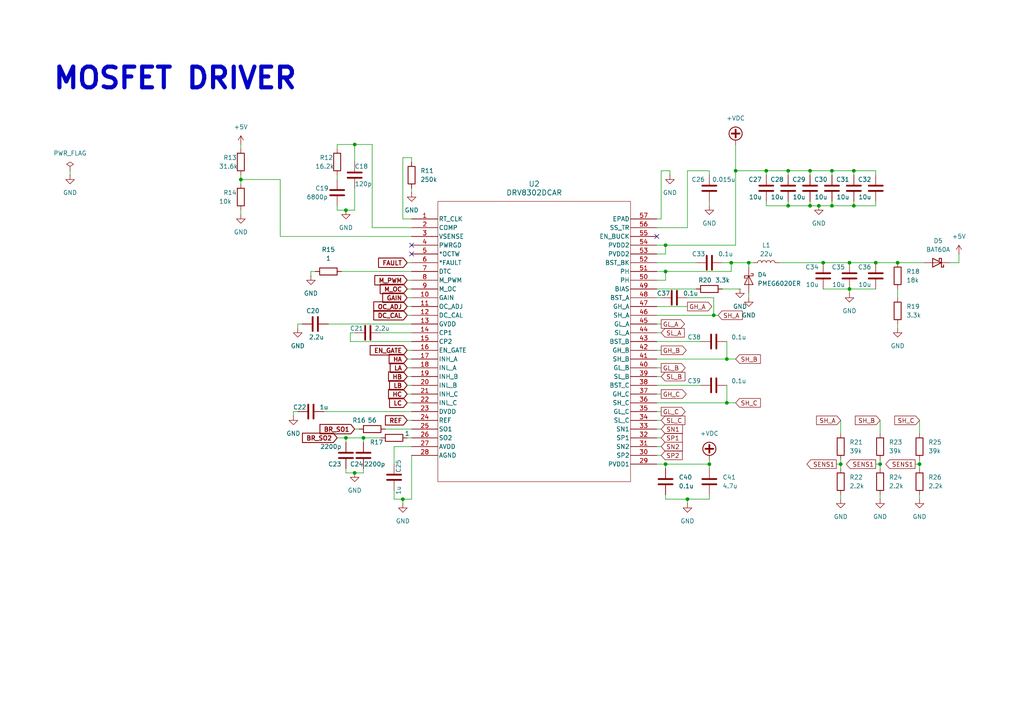
<source format=kicad_sch>
(kicad_sch (version 20231120) (generator "eeschema") (generator_version "8.0")
  (paper "A4")
  (lib_symbols
    (symbol "DRV8302DCAR:DRV8302DCAR" (pin_names (offset 0.254))
      (property "Reference" "U" (at 35.56 10.16 0))
      (property "Value" "DRV8302DCAR" (at 35.56 7.62 0))
      (symbol "DRV8302DCAR_0_1"
        (polyline (pts (xy 7.62 -76.2) (xy 63.5 -76.2)) (stroke (width 0.127)))
        (polyline (pts (xy 7.62 5.08) (xy 7.62 -76.2)) (stroke (width 0.127)))
        (polyline (pts (xy 63.5 -76.2) (xy 63.5 5.08)) (stroke (width 0.127)))
        (polyline (pts (xy 63.5 5.08) (xy 7.62 5.08)) (stroke (width 0.127)))
        (pin input line (at 0 0 0) (length 7.62) (name "RT_CLK") (number "1"))
        (pin output line (at 0 -22.86 0) (length 7.62) (name "GAIN") (number "10"))
        (pin input line (at 0 -25.4 0) (length 7.62) (name "OC_ADJ") (number "11"))
        (pin input line (at 0 -27.94 0) (length 7.62) (name "DC_CAL") (number "12"))
        (pin power_in line (at 0 -30.48 0) (length 7.62) (name "GVDD") (number "13"))
        (pin power_in line (at 0 -33.02 0) (length 7.62) (name "CP1") (number "14"))
        (pin power_in line (at 0 -35.56 0) (length 7.62) (name "CP2") (number "15"))
        (pin input line (at 0 -38.1 0) (length 7.62) (name "EN_GATE") (number "16"))
        (pin input line (at 0 -40.64 0) (length 7.62) (name "INH_A") (number "17"))
        (pin input line (at 0 -43.18 0) (length 7.62) (name "INL_A") (number "18"))
        (pin input line (at 0 -45.72 0) (length 7.62) (name "INH_B") (number "19"))
        (pin output line (at 0 -2.54 0) (length 7.62) (name "COMP") (number "2"))
        (pin input line (at 0 -48.26 0) (length 7.62) (name "INL_B") (number "20"))
        (pin input line (at 0 -50.8 0) (length 7.62) (name "INH_C") (number "21"))
        (pin input line (at 0 -53.34 0) (length 7.62) (name "INL_C") (number "22"))
        (pin power_in line (at 0 -55.88 0) (length 7.62) (name "DVDD") (number "23"))
        (pin input line (at 0 -58.42 0) (length 7.62) (name "REF") (number "24"))
        (pin output line (at 0 -60.96 0) (length 7.62) (name "SO1") (number "25"))
        (pin output line (at 0 -63.5 0) (length 7.62) (name "SO2") (number "26"))
        (pin power_in line (at 0 -66.04 0) (length 7.62) (name "AVDD") (number "27"))
        (pin power_in line (at 0 -68.58 0) (length 7.62) (name "AGND") (number "28"))
        (pin power_in line (at 71.12 -71.12 180) (length 7.62) (name "PVDD1") (number "29"))
        (pin input line (at 0 -5.08 0) (length 7.62) (name "VSENSE") (number "3"))
        (pin input line (at 71.12 -68.58 180) (length 7.62) (name "SP2") (number "30"))
        (pin input line (at 71.12 -66.04 180) (length 7.62) (name "SN2") (number "31"))
        (pin input line (at 71.12 -63.5 180) (length 7.62) (name "SP1") (number "32"))
        (pin input line (at 71.12 -60.96 180) (length 7.62) (name "SN1") (number "33"))
        (pin input line (at 71.12 -58.42 180) (length 7.62) (name "SL_C") (number "34"))
        (pin output line (at 71.12 -55.88 180) (length 7.62) (name "GL_C") (number "35"))
        (pin input line (at 71.12 -53.34 180) (length 7.62) (name "SH_C") (number "36"))
        (pin output line (at 71.12 -50.8 180) (length 7.62) (name "GH_C") (number "37"))
        (pin power_in line (at 71.12 -48.26 180) (length 7.62) (name "BST_C") (number "38"))
        (pin input line (at 71.12 -45.72 180) (length 7.62) (name "SL_B") (number "39"))
        (pin input line (at 0 -7.62 0) (length 7.62) (name "PWRGD") (number "4"))
        (pin output line (at 71.12 -43.18 180) (length 7.62) (name "GL_B") (number "40"))
        (pin input line (at 71.12 -40.64 180) (length 7.62) (name "SH_B") (number "41"))
        (pin output line (at 71.12 -38.1 180) (length 7.62) (name "GH_B") (number "42"))
        (pin power_in line (at 71.12 -35.56 180) (length 7.62) (name "BST_B") (number "43"))
        (pin input line (at 71.12 -33.02 180) (length 7.62) (name "SL_A") (number "44"))
        (pin output line (at 71.12 -30.48 180) (length 7.62) (name "GL_A") (number "45"))
        (pin input line (at 71.12 -27.94 180) (length 7.62) (name "SH_A") (number "46"))
        (pin output line (at 71.12 -25.4 180) (length 7.62) (name "GH_A") (number "47"))
        (pin power_in line (at 71.12 -22.86 180) (length 7.62) (name "BST_A") (number "48"))
        (pin input line (at 71.12 -20.32 180) (length 7.62) (name "BIAS") (number "49"))
        (pin output line (at 0 -10.16 0) (length 7.62) (name "*OCTW") (number "5"))
        (pin output line (at 71.12 -17.78 180) (length 7.62) (name "PH") (number "50"))
        (pin output line (at 71.12 -15.24 180) (length 7.62) (name "PH") (number "51"))
        (pin power_in line (at 71.12 -12.7 180) (length 7.62) (name "BST_BK") (number "52"))
        (pin power_in line (at 71.12 -10.16 180) (length 7.62) (name "PVDD2") (number "53"))
        (pin power_in line (at 71.12 -7.62 180) (length 7.62) (name "PVDD2") (number "54"))
        (pin input line (at 71.12 -5.08 180) (length 7.62) (name "EN_BUCK") (number "55"))
        (pin input line (at 71.12 -2.54 180) (length 7.62) (name "SS_TR") (number "56"))
        (pin unspecified line (at 71.12 0 180) (length 7.62) (name "EPAD") (number "57"))
        (pin output line (at 0 -12.7 0) (length 7.62) (name "*FAULT") (number "6"))
        (pin input line (at 0 -15.24 0) (length 7.62) (name "DTC") (number "7"))
        (pin input line (at 0 -17.78 0) (length 7.62) (name "M_PWM") (number "8"))
        (pin input line (at 0 -20.32 0) (length 7.62) (name "M_OC") (number "9"))
      )
    )
    (symbol "Device:C" (pin_numbers hide) (pin_names (offset 0.254))
      (property "Reference" "C" (at 0.635 2.54 0))
      (property "Value" "C" (at 0.635 -2.54 0))
      (symbol "C_0_1"
        (polyline (pts (xy -2.032 -0.762) (xy 2.032 -0.762)) (stroke (width 0.508)))
        (polyline (pts (xy -2.032 0.762) (xy 2.032 0.762)) (stroke (width 0.508)))
      )
      (symbol "C_1_1"
        (pin passive line (at 0 3.81 270) (length 2.794) (name "~") (number "1"))
        (pin passive line (at 0 -3.81 90) (length 2.794) (name "~") (number "2"))
      )
    )
    (symbol "Device:L" (pin_numbers hide) (pin_names (offset 1.016) hide)
      (property "Reference" "L" (at -1.27 0 90))
      (property "Value" "L" (at 1.905 0 90))
      (symbol "L_0_1"
        (arc (start 0 -2.54) (mid 0.6323 -1.905) (end 0 -1.27))
        (arc (start 0 -1.27) (mid 0.6323 -0.635) (end 0 0))
        (arc (start 0 0) (mid 0.6323 0.635) (end 0 1.27))
        (arc (start 0 1.27) (mid 0.6323 1.905) (end 0 2.54))
      )
      (symbol "L_1_1"
        (pin passive line (at 0 3.81 270) (length 1.27) (name "1") (number "1"))
        (pin passive line (at 0 -3.81 90) (length 1.27) (name "2") (number "2"))
      )
    )
    (symbol "Device:R" (pin_numbers hide) (pin_names (offset 0))
      (property "Reference" "R" (at 2.032 0 90))
      (property "Value" "R" (at 0 0 90))
      (symbol "R_0_1"
        (rectangle (start -1.016 -2.54) (end 1.016 2.54) (stroke (width 0.254)))
      )
      (symbol "R_1_1"
        (pin passive line (at 0 3.81 270) (length 1.27) (name "~") (number "1"))
        (pin passive line (at 0 -3.81 90) (length 1.27) (name "~") (number "2"))
      )
    )
    (symbol "Diode:BAT60A" (pin_numbers hide) (pin_names (offset 1.016) hide)
      (property "Reference" "D" (at 0 2.54 0))
      (property "Value" "BAT60A" (at 0 -2.54 0))
      (symbol "BAT60A_0_1"
        (polyline (pts (xy 1.27 0) (xy -1.27 0)))
        (polyline (pts (xy 1.27 1.27) (xy 1.27 -1.27) (xy -1.27 0) (xy 1.27 1.27)) (stroke (width 0.254)))
        (polyline (pts (xy -1.905 0.635) (xy -1.905 1.27) (xy -1.27 1.27) (xy -1.27 -1.27) (xy -0.635 -1.27) (xy -0.635 -0.635)) (stroke (width 0.254)))
      )
      (symbol "BAT60A_1_1"
        (pin passive line (at -3.81 0 0) (length 2.54) (name "K") (number "1"))
        (pin passive line (at 3.81 0 180) (length 2.54) (name "A") (number "2"))
      )
    )
    (symbol "Diode:PMEG6020ER" (pin_numbers hide) (pin_names hide)
      (property "Reference" "D" (at 0 2.54 0))
      (property "Value" "PMEG6020ER" (at 0 -2.54 0))
      (symbol "PMEG6020ER_0_1"
        (polyline (pts (xy 1.27 0) (xy -1.27 0)))
        (polyline (pts (xy 1.27 1.27) (xy 1.27 -1.27) (xy -1.27 0) (xy 1.27 1.27)) (stroke (width 0.2032)))
        (polyline (pts (xy -1.905 0.635) (xy -1.905 1.27) (xy -1.27 1.27) (xy -1.27 -1.27) (xy -0.635 -1.27) (xy -0.635 -0.635)) (stroke (width 0.2032)))
      )
      (symbol "PMEG6020ER_1_1"
        (pin passive line (at -3.81 0 0) (length 2.54) (name "K") (number "1"))
        (pin passive line (at 3.81 0 180) (length 2.54) (name "A") (number "2"))
      )
    )
    (symbol "power:+5V" (power) (pin_numbers hide) (pin_names (offset 0) hide)
      (property "Value" "+5V" (at 0 3.556 0))
      (symbol "+5V_0_1"
        (polyline (pts (xy -0.762 1.27) (xy 0 2.54)))
        (polyline (pts (xy 0 0) (xy 0 2.54)))
        (polyline (pts (xy 0 2.54) (xy 0.762 1.27)))
      )
      (symbol "+5V_1_1"
        (pin power_in line (at 0 0 90) (length 0) (name "~") (number "1"))
      )
    )
    (symbol "power:+VDC" (power) (pin_numbers hide) (pin_names (offset 0) hide)
      (property "Value" "+VDC" (at 0 6.35 0))
      (symbol "+VDC_0_1"
        (polyline (pts (xy -1.143 3.175) (xy 1.143 3.175)) (stroke (width 0.508)))
        (polyline (pts (xy 0 0) (xy 0 1.27)))
        (polyline (pts (xy 0 2.032) (xy 0 4.318)) (stroke (width 0.508)))
        (circle (center 0 3.175) (radius 1.905) (stroke (width 0.254)))
      )
      (symbol "+VDC_1_1"
        (pin power_in line (at 0 0 90) (length 0) (name "~") (number "1"))
      )
    )
    (symbol "power:GND" (power) (pin_numbers hide) (pin_names (offset 0) hide)
      (property "Value" "GND" (at 0 -3.81 0))
      (symbol "GND_0_1"
        (polyline (pts (xy 0 0) (xy 0 -1.27) (xy 1.27 -1.27) (xy 0 -2.54) (xy -1.27 -1.27) (xy 0 -1.27)))
      )
      (symbol "GND_1_1"
        (pin power_in line (at 0 0 270) (length 0) (name "~") (number "1"))
      )
    )
    (symbol "power:PWR_FLAG" (power) (pin_numbers hide) (pin_names (offset 0) hide)
      (property "Value" "PWR_FLAG" (at 0 3.81 0))
      (symbol "PWR_FLAG_0_0"
        (pin power_out line (at 0 0 90) (length 0) (name "~") (number "1"))
      )
      (symbol "PWR_FLAG_0_1"
        (polyline (pts (xy 0 0) (xy 0 1.27) (xy -1.016 1.905) (xy 0 2.54) (xy 1.016 1.905) (xy 0 1.27)))
      )
    )
  )
  (junction (at 193.04 71.12))
  (junction (at 246.38 83.82))
  (junction (at 69.85 52.07))
  (junction (at 205.74 134.62))
  (junction (at 207.01 91.44))
  (junction (at 100.33 127))
  (junction (at 234.95 59.69))
  (junction (at 210.82 104.14))
  (junction (at 241.3 49.53))
  (junction (at 105.41 127))
  (junction (at 212.09 76.2))
  (junction (at 199.39 144.78))
  (junction (at 241.3 59.69))
  (junction (at 237.49 59.69))
  (junction (at 266.7 134.62))
  (junction (at 193.04 134.62))
  (junction (at 116.84 144.78))
  (junction (at 210.82 116.84))
  (junction (at 243.84 134.62))
  (junction (at 228.6 49.53))
  (junction (at 234.95 49.53))
  (junction (at 255.27 134.62))
  (junction (at 102.87 137.16))
  (junction (at 222.25 49.53))
  (junction (at 254 76.2))
  (junction (at 217.17 76.2))
  (junction (at 238.76 76.2))
  (junction (at 102.87 41.91))
  (junction (at 246.38 76.2))
  (junction (at 213.36 49.53))
  (junction (at 260.35 76.2))
  (junction (at 247.65 49.53))
  (junction (at 193.04 78.74))
  (junction (at 228.6 59.69))
  (junction (at 247.65 59.69))
  (junction (at 100.33 60.96))
  (no_connect (at 190.5 68.58))
  (no_connect (at 119.38 73.66))
  (no_connect (at 119.38 71.12))
  (wire (pts (xy 210.82 104.14) (xy 213.36 104.14)))
  (wire (pts (xy 119.38 54.61) (xy 119.38 55.88)))
  (wire (pts (xy 238.76 83.82) (xy 246.38 83.82)))
  (wire (pts (xy 190.5 66.04) (xy 199.39 66.04)))
  (wire (pts (xy 118.11 76.2) (xy 119.38 76.2)))
  (wire (pts (xy 247.65 58.42) (xy 247.65 59.69)))
  (wire (pts (xy 111.76 124.46) (xy 119.38 124.46)))
  (wire (pts (xy 97.79 50.8) (xy 97.79 52.07)))
  (wire (pts (xy 210.82 99.06) (xy 210.82 104.14)))
  (wire (pts (xy 118.11 116.84) (xy 119.38 116.84)))
  (wire (pts (xy 266.7 121.92) (xy 266.7 125.73)))
  (wire (pts (xy 81.28 52.07) (xy 69.85 52.07)))
  (wire (pts (xy 118.11 101.6) (xy 119.38 101.6)))
  (wire (pts (xy 101.6 99.06) (xy 119.38 99.06)))
  (wire (pts (xy 266.7 134.62) (xy 266.7 135.89)))
  (wire (pts (xy 193.04 73.66) (xy 193.04 71.12)))
  (wire (pts (xy 105.41 135.89) (xy 105.41 137.16)))
  (wire (pts (xy 116.84 144.78) (xy 114.3 144.78)))
  (wire (pts (xy 199.39 66.04) (xy 199.39 49.53)))
  (wire (pts (xy 87.63 93.98) (xy 86.36 93.98)))
  (wire (pts (xy 278.13 76.2) (xy 278.13 73.66)))
  (wire (pts (xy 260.35 83.82) (xy 260.35 86.36)))
  (wire (pts (xy 100.33 137.16) (xy 102.87 137.16)))
  (wire (pts (xy 86.36 93.98) (xy 86.36 95.25)))
  (wire (pts (xy 246.38 83.82) (xy 254 83.82)))
  (wire (pts (xy 241.3 58.42) (xy 241.3 59.69)))
  (wire (pts (xy 69.85 52.07) (xy 69.85 53.34)))
  (wire (pts (xy 217.17 85.09) (xy 217.17 86.36)))
  (wire (pts (xy 209.55 83.82) (xy 214.63 83.82)))
  (wire (pts (xy 234.95 58.42) (xy 234.95 59.69)))
  (wire (pts (xy 97.79 127) (xy 100.33 127)))
  (wire (pts (xy 246.38 76.2) (xy 254 76.2)))
  (wire (pts (xy 90.17 78.74) (xy 90.17 80.01)))
  (wire (pts (xy 118.11 114.3) (xy 119.38 114.3)))
  (wire (pts (xy 210.82 116.84) (xy 213.36 116.84)))
  (wire (pts (xy 217.17 76.2) (xy 218.44 76.2)))
  (wire (pts (xy 86.36 119.38) (xy 85.09 119.38)))
  (wire (pts (xy 193.04 144.78) (xy 199.39 144.78)))
  (wire (pts (xy 193.04 78.74) (xy 212.09 78.74)))
  (wire (pts (xy 97.79 41.91) (xy 97.79 43.18)))
  (wire (pts (xy 193.04 71.12) (xy 213.36 71.12)))
  (wire (pts (xy 93.98 119.38) (xy 119.38 119.38)))
  (wire (pts (xy 194.31 49.53) (xy 194.31 50.8)))
  (wire (pts (xy 118.11 111.76) (xy 119.38 111.76)))
  (wire (pts (xy 217.17 76.2) (xy 212.09 76.2)))
  (wire (pts (xy 254 50.8) (xy 254 49.53)))
  (wire (pts (xy 217.17 77.47) (xy 217.17 76.2)))
  (wire (pts (xy 212.09 76.2) (xy 212.09 78.74)))
  (wire (pts (xy 100.33 127) (xy 105.41 127)))
  (wire (pts (xy 99.06 78.74) (xy 119.38 78.74)))
  (wire (pts (xy 191.77 63.5) (xy 191.77 49.53)))
  (wire (pts (xy 234.95 50.8) (xy 234.95 49.53)))
  (wire (pts (xy 190.5 109.22) (xy 191.77 109.22)))
  (wire (pts (xy 193.04 134.62) (xy 193.04 135.89)))
  (wire (pts (xy 193.04 143.51) (xy 193.04 144.78)))
  (wire (pts (xy 213.36 71.12) (xy 213.36 49.53)))
  (wire (pts (xy 118.11 83.82) (xy 119.38 83.82)))
  (wire (pts (xy 254 76.2) (xy 260.35 76.2)))
  (wire (pts (xy 190.5 116.84) (xy 210.82 116.84)))
  (wire (pts (xy 102.87 60.96) (xy 100.33 60.96)))
  (wire (pts (xy 242.57 134.62) (xy 243.84 134.62)))
  (wire (pts (xy 260.35 93.98) (xy 260.35 95.25)))
  (wire (pts (xy 114.3 142.24) (xy 114.3 144.78)))
  (wire (pts (xy 190.5 88.9) (xy 199.39 88.9)))
  (wire (pts (xy 107.95 66.04) (xy 107.95 41.91)))
  (wire (pts (xy 69.85 60.96) (xy 69.85 62.23)))
  (wire (pts (xy 199.39 144.78) (xy 205.74 144.78)))
  (wire (pts (xy 247.65 59.69) (xy 241.3 59.69)))
  (wire (pts (xy 213.36 41.91) (xy 213.36 49.53)))
  (wire (pts (xy 199.39 86.36) (xy 207.01 86.36)))
  (wire (pts (xy 118.11 104.14) (xy 119.38 104.14)))
  (wire (pts (xy 116.84 63.5) (xy 116.84 45.72)))
  (wire (pts (xy 118.11 106.68) (xy 119.38 106.68)))
  (wire (pts (xy 190.5 134.62) (xy 193.04 134.62)))
  (wire (pts (xy 241.3 50.8) (xy 241.3 49.53)))
  (wire (pts (xy 116.84 144.78) (xy 116.84 146.05)))
  (wire (pts (xy 210.82 111.76) (xy 210.82 116.84)))
  (wire (pts (xy 116.84 45.72) (xy 119.38 45.72)))
  (wire (pts (xy 190.5 104.14) (xy 210.82 104.14)))
  (wire (pts (xy 69.85 41.91) (xy 69.85 43.18)))
  (wire (pts (xy 97.79 60.96) (xy 100.33 60.96)))
  (wire (pts (xy 118.11 121.92) (xy 119.38 121.92)))
  (wire (pts (xy 228.6 49.53) (xy 228.6 50.8)))
  (wire (pts (xy 254 49.53) (xy 247.65 49.53)))
  (wire (pts (xy 255.27 143.51) (xy 255.27 144.78)))
  (wire (pts (xy 100.33 135.89) (xy 100.33 137.16)))
  (wire (pts (xy 205.74 144.78) (xy 205.74 143.51)))
  (wire (pts (xy 255.27 121.92) (xy 255.27 125.73)))
  (wire (pts (xy 241.3 59.69) (xy 237.49 59.69)))
  (wire (pts (xy 81.28 68.58) (xy 81.28 52.07)))
  (wire (pts (xy 190.5 78.74) (xy 193.04 78.74)))
  (wire (pts (xy 238.76 76.2) (xy 246.38 76.2)))
  (wire (pts (xy 190.5 99.06) (xy 203.2 99.06)))
  (wire (pts (xy 254 59.69) (xy 247.65 59.69)))
  (wire (pts (xy 266.7 143.51) (xy 266.7 144.78)))
  (wire (pts (xy 226.06 76.2) (xy 238.76 76.2)))
  (wire (pts (xy 69.85 50.8) (xy 69.85 52.07)))
  (wire (pts (xy 119.38 132.08) (xy 119.38 144.78)))
  (wire (pts (xy 190.5 81.28) (xy 193.04 81.28)))
  (wire (pts (xy 102.87 54.61) (xy 102.87 60.96)))
  (wire (pts (xy 105.41 127) (xy 105.41 128.27)))
  (wire (pts (xy 20.32 49.53) (xy 20.32 50.8)))
  (wire (pts (xy 207.01 91.44) (xy 208.28 91.44)))
  (wire (pts (xy 119.38 66.04) (xy 107.95 66.04)))
  (wire (pts (xy 118.11 109.22) (xy 119.38 109.22)))
  (wire (pts (xy 260.35 76.2) (xy 267.97 76.2)))
  (wire (pts (xy 241.3 49.53) (xy 234.95 49.53)))
  (wire (pts (xy 190.5 83.82) (xy 201.93 83.82)))
  (wire (pts (xy 234.95 49.53) (xy 228.6 49.53)))
  (wire (pts (xy 102.87 46.99) (xy 102.87 41.91)))
  (wire (pts (xy 190.5 127) (xy 191.77 127)))
  (wire (pts (xy 190.5 76.2) (xy 201.93 76.2)))
  (wire (pts (xy 118.11 88.9) (xy 119.38 88.9)))
  (wire (pts (xy 199.39 144.78) (xy 199.39 146.05)))
  (wire (pts (xy 191.77 49.53) (xy 194.31 49.53)))
  (wire (pts (xy 118.11 91.44) (xy 119.38 91.44)))
  (wire (pts (xy 190.5 114.3) (xy 191.77 114.3)))
  (wire (pts (xy 190.5 86.36) (xy 191.77 86.36)))
  (wire (pts (xy 107.95 41.91) (xy 102.87 41.91)))
  (wire (pts (xy 102.87 124.46) (xy 104.14 124.46)))
  (wire (pts (xy 190.5 111.76) (xy 203.2 111.76)))
  (wire (pts (xy 199.39 49.53) (xy 205.74 49.53)))
  (wire (pts (xy 105.41 127) (xy 110.49 127)))
  (wire (pts (xy 119.38 63.5) (xy 116.84 63.5)))
  (wire (pts (xy 234.95 59.69) (xy 237.49 59.69)))
  (wire (pts (xy 190.5 71.12) (xy 193.04 71.12)))
  (wire (pts (xy 190.5 101.6) (xy 191.77 101.6)))
  (wire (pts (xy 102.87 96.52) (xy 101.6 96.52)))
  (wire (pts (xy 118.11 81.28) (xy 119.38 81.28)))
  (wire (pts (xy 119.38 45.72) (xy 119.38 46.99)))
  (wire (pts (xy 118.11 127) (xy 119.38 127)))
  (wire (pts (xy 243.84 134.62) (xy 243.84 135.89)))
  (wire (pts (xy 190.5 73.66) (xy 193.04 73.66)))
  (wire (pts (xy 190.5 132.08) (xy 191.77 132.08)))
  (wire (pts (xy 193.04 81.28) (xy 193.04 78.74)))
  (wire (pts (xy 246.38 83.82) (xy 246.38 85.09)))
  (wire (pts (xy 190.5 124.46) (xy 191.77 124.46)))
  (wire (pts (xy 97.79 59.69) (xy 97.79 60.96)))
  (wire (pts (xy 119.38 144.78) (xy 116.84 144.78)))
  (wire (pts (xy 110.49 96.52) (xy 119.38 96.52)))
  (wire (pts (xy 222.25 59.69) (xy 228.6 59.69)))
  (wire (pts (xy 243.84 121.92) (xy 243.84 125.73)))
  (wire (pts (xy 190.5 91.44) (xy 207.01 91.44)))
  (wire (pts (xy 190.5 121.92) (xy 191.77 121.92)))
  (wire (pts (xy 255.27 133.35) (xy 255.27 134.62)))
  (wire (pts (xy 247.65 50.8) (xy 247.65 49.53)))
  (wire (pts (xy 205.74 135.89) (xy 205.74 134.62)))
  (wire (pts (xy 193.04 134.62) (xy 205.74 134.62)))
  (wire (pts (xy 101.6 96.52) (xy 101.6 99.06)))
  (wire (pts (xy 205.74 58.42) (xy 205.74 59.69)))
  (wire (pts (xy 119.38 68.58) (xy 81.28 68.58)))
  (wire (pts (xy 119.38 129.54) (xy 114.3 129.54)))
  (wire (pts (xy 190.5 106.68) (xy 191.77 106.68)))
  (wire (pts (xy 205.74 49.53) (xy 205.74 50.8)))
  (wire (pts (xy 207.01 86.36) (xy 207.01 91.44)))
  (wire (pts (xy 190.5 93.98) (xy 191.77 93.98)))
  (wire (pts (xy 241.3 49.53) (xy 247.65 49.53)))
  (wire (pts (xy 91.44 78.74) (xy 90.17 78.74)))
  (wire (pts (xy 205.74 133.35) (xy 205.74 134.62)))
  (wire (pts (xy 85.09 119.38) (xy 85.09 120.65)))
  (wire (pts (xy 118.11 86.36) (xy 119.38 86.36)))
  (wire (pts (xy 254 58.42) (xy 254 59.69)))
  (wire (pts (xy 228.6 59.69) (xy 234.95 59.69)))
  (wire (pts (xy 255.27 134.62) (xy 255.27 135.89)))
  (wire (pts (xy 275.59 76.2) (xy 278.13 76.2)))
  (wire (pts (xy 213.36 49.53) (xy 222.25 49.53)))
  (wire (pts (xy 228.6 58.42) (xy 228.6 59.69)))
  (wire (pts (xy 254 134.62) (xy 255.27 134.62)))
  (wire (pts (xy 190.5 129.54) (xy 191.77 129.54)))
  (wire (pts (xy 222.25 49.53) (xy 228.6 49.53)))
  (wire (pts (xy 209.55 76.2) (xy 212.09 76.2)))
  (wire (pts (xy 102.87 41.91) (xy 97.79 41.91)))
  (wire (pts (xy 265.43 134.62) (xy 266.7 134.62)))
  (wire (pts (xy 114.3 129.54) (xy 114.3 134.62)))
  (wire (pts (xy 100.33 127) (xy 100.33 128.27)))
  (wire (pts (xy 222.25 59.69) (xy 222.25 58.42)))
  (wire (pts (xy 190.5 96.52) (xy 191.77 96.52)))
  (wire (pts (xy 243.84 143.51) (xy 243.84 144.78)))
  (wire (pts (xy 266.7 133.35) (xy 266.7 134.62)))
  (wire (pts (xy 190.5 119.38) (xy 191.77 119.38)))
  (wire (pts (xy 95.25 93.98) (xy 119.38 93.98)))
  (wire (pts (xy 190.5 63.5) (xy 191.77 63.5)))
  (wire (pts (xy 222.25 49.53) (xy 222.25 50.8)))
  (wire (pts (xy 105.41 137.16) (xy 102.87 137.16)))
  (wire (pts (xy 243.84 133.35) (xy 243.84 134.62)))
  (text "MOSFET DRIVER" (at 50.8 22.86 0) (effects (font (size 6 6) (thickness 1.2) (bold yes))))
  (global_label "HA" (shape input) (at 118.11 104.14 180) (effects (font (thickness 0.254) (bold yes))) (property "Intersheetrefs" "${INTERSHEET_REFS}" (effects (hide yes))))
  (global_label "M_PWM" (shape input) (at 118.11 81.28 180) (effects (font (thickness 0.254) (bold yes))) (property "Intersheetrefs" "${INTERSHEET_REFS}" (effects (hide yes))))
  (global_label "SN1" (shape input) (at 191.77 124.46 0) (property "Intersheetrefs" "${INTERSHEET_REFS}" (effects (hide yes))))
  (global_label "GH_C" (shape output) (at 191.77 114.3 0) (property "Intersheetrefs" "${INTERSHEET_REFS}" (effects (hide yes))))
  (global_label "REF" (shape input) (at 118.11 121.92 180) (effects (font (thickness 0.254) (bold yes))) (property "Intersheetrefs" "${INTERSHEET_REFS}" (effects (hide yes))))
  (global_label "BR_SO1" (shape input) (at 102.87 124.46 180) (effects (font (thickness 0.254) (bold yes))) (property "Intersheetrefs" "${INTERSHEET_REFS}" (effects (hide yes))))
  (global_label "SH_B" (shape input) (at 213.36 104.14 0) (property "Intersheetrefs" "${INTERSHEET_REFS}" (effects (hide yes))))
  (global_label "LA" (shape input) (at 118.11 106.68 180) (effects (font (thickness 0.254) (bold yes))) (property "Intersheetrefs" "${INTERSHEET_REFS}" (effects (hide yes))))
  (global_label "SH_B" (shape input) (at 255.27 121.92 180) (property "Intersheetrefs" "${INTERSHEET_REFS}" (effects (hide yes))))
  (global_label "SENS1" (shape output) (at 265.43 134.62 180) (property "Intersheetrefs" "${INTERSHEET_REFS}" (effects (hide yes))))
  (global_label "SENS1" (shape output) (at 242.57 134.62 180) (property "Intersheetrefs" "${INTERSHEET_REFS}" (effects (hide yes))))
  (global_label "SH_A" (shape input) (at 243.84 121.92 180) (property "Intersheetrefs" "${INTERSHEET_REFS}" (effects (hide yes))))
  (global_label "SN2" (shape input) (at 191.77 129.54 0) (property "Intersheetrefs" "${INTERSHEET_REFS}" (effects (hide yes))))
  (global_label "GH_A" (shape output) (at 199.39 88.9 0) (property "Intersheetrefs" "${INTERSHEET_REFS}" (effects (hide yes))))
  (global_label "HB" (shape input) (at 118.11 109.22 180) (effects (font (thickness 0.254) (bold yes))) (property "Intersheetrefs" "${INTERSHEET_REFS}" (effects (hide yes))))
  (global_label "SL_C" (shape input) (at 191.77 121.92 0) (property "Intersheetrefs" "${INTERSHEET_REFS}" (effects (hide yes))))
  (global_label "GL_C" (shape output) (at 191.77 119.38 0) (property "Intersheetrefs" "${INTERSHEET_REFS}" (effects (hide yes))))
  (global_label "SL_B" (shape input) (at 191.77 109.22 0) (property "Intersheetrefs" "${INTERSHEET_REFS}" (effects (hide yes))))
  (global_label "DC_CAL" (shape input) (at 118.11 91.44 180) (effects (font (thickness 0.254) (bold yes))) (property "Intersheetrefs" "${INTERSHEET_REFS}" (effects (hide yes))))
  (global_label "EN_GATE" (shape input) (at 118.11 101.6 180) (effects (font (thickness 0.254) (bold yes))) (property "Intersheetrefs" "${INTERSHEET_REFS}" (effects (hide yes))))
  (global_label "GL_B" (shape output) (at 191.77 106.68 0) (property "Intersheetrefs" "${INTERSHEET_REFS}" (effects (hide yes))))
  (global_label "BR_SO2" (shape input) (at 97.79 127 180) (effects (font (thickness 0.254) (bold yes))) (property "Intersheetrefs" "${INTERSHEET_REFS}" (effects (hide yes))))
  (global_label "GH_B" (shape output) (at 191.77 101.6 0) (property "Intersheetrefs" "${INTERSHEET_REFS}" (effects (hide yes))))
  (global_label "GL_A" (shape output) (at 191.77 93.98 0) (property "Intersheetrefs" "${INTERSHEET_REFS}" (effects (hide yes))))
  (global_label "FAULT" (shape input) (at 118.11 76.2 180) (effects (font (thickness 0.254) (bold yes))) (property "Intersheetrefs" "${INTERSHEET_REFS}" (effects (hide yes))))
  (global_label "SH_C" (shape input) (at 213.36 116.84 0) (property "Intersheetrefs" "${INTERSHEET_REFS}" (effects (hide yes))))
  (global_label "LB" (shape input) (at 118.11 111.76 180) (effects (font (thickness 0.254) (bold yes))) (property "Intersheetrefs" "${INTERSHEET_REFS}" (effects (hide yes))))
  (global_label "HC" (shape input) (at 118.11 114.3 180) (effects (font (thickness 0.254) (bold yes))) (property "Intersheetrefs" "${INTERSHEET_REFS}" (effects (hide yes))))
  (global_label "GAIN" (shape input) (at 118.11 86.36 180) (effects (font (thickness 0.254) (bold yes))) (property "Intersheetrefs" "${INTERSHEET_REFS}" (effects (hide yes))))
  (global_label "M_OC" (shape input) (at 118.11 83.82 180) (effects (font (thickness 0.254) (bold yes))) (property "Intersheetrefs" "${INTERSHEET_REFS}" (effects (hide yes))))
  (global_label "SP2" (shape input) (at 191.77 132.08 0) (property "Intersheetrefs" "${INTERSHEET_REFS}" (effects (hide yes))))
  (global_label "SH_C" (shape input) (at 266.7 121.92 180) (property "Intersheetrefs" "${INTERSHEET_REFS}" (effects (hide yes))))
  (global_label "SENS1" (shape output) (at 254 134.62 180) (property "Intersheetrefs" "${INTERSHEET_REFS}" (effects (hide yes))))
  (global_label "LC" (shape input) (at 118.11 116.84 180) (effects (font (thickness 0.254) (bold yes))) (property "Intersheetrefs" "${INTERSHEET_REFS}" (effects (hide yes))))
  (global_label "SP1" (shape input) (at 191.77 127 0) (property "Intersheetrefs" "${INTERSHEET_REFS}" (effects (hide yes))))
  (global_label "SL_A" (shape input) (at 191.77 96.52 0) (property "Intersheetrefs" "${INTERSHEET_REFS}" (effects (hide yes))))
  (global_label "OC_ADJ" (shape input) (at 118.11 88.9 180) (effects (font (thickness 0.254) (bold yes))) (property "Intersheetrefs" "${INTERSHEET_REFS}" (effects (hide yes))))
  (global_label "SH_A" (shape input) (at 208.28 91.44 0) (property "Intersheetrefs" "${INTERSHEET_REFS}" (effects (hide yes))))
  (symbol (lib_id "power:GND") (at 69.85 62.23 0) (unit 1)
    (property "Reference" "#PWR032" (effects (hide yes)))
    (property "Value" "GND" (at 69.85 67.31 0))
    (property "Description" "Power symbol creates a global label with name \"GND\" , ground" (effects (hide yes)))
  )
  (symbol (lib_id "Device:C") (at 91.44 93.98 90) (unit 1)
    (property "Reference" "C20" (at 92.71 90.17 90) (effects (justify left)))
    (property "Value" "2.2u" (at 93.98 97.79 90) (effects (justify left)))
    (property "Description" "Unpolarized capacitor" (effects (hide yes)))
  )
  (symbol (lib_id "Device:R") (at 266.7 129.54 180) (unit 1)
    (property "Reference" "R25" (at 269.24 128.2699 0) (effects (justify right)))
    (property "Value" "39k" (at 269.24 130.8099 0) (effects (justify right)))
    (property "Description" "Resistor" (effects (hide yes)))
  )
  (symbol (lib_id "power:GND") (at 217.17 86.36 0) (unit 1)
    (property "Reference" "#PWR042" (effects (hide yes)))
    (property "Value" "GND" (at 217.17 91.44 0))
    (property "Description" "Power symbol creates a global label with name \"GND\" , ground" (effects (hide yes)))
  )
  (symbol (lib_id "Device:C") (at 228.6 54.61 180) (unit 1)
    (property "Reference" "C28" (at 227.33 52.07 0) (effects (justify left)))
    (property "Value" "10u" (at 227.33 57.15 0) (effects (justify left)))
    (property "Description" "Unpolarized capacitor" (effects (hide yes)))
  )
  (symbol (lib_id "Device:C") (at 247.65 54.61 180) (unit 1)
    (property "Reference" "C31" (at 246.38 52.07 0) (effects (justify left)))
    (property "Value" "10u" (at 246.38 57.15 0) (effects (justify left)))
    (property "Description" "Unpolarized capacitor" (effects (hide yes)))
  )
  (symbol (lib_id "Device:C") (at 207.01 111.76 270) (unit 1)
    (property "Reference" "C39" (at 199.39 110.49 90) (effects (justify left)))
    (property "Value" "0.1u" (at 212.09 110.49 90) (effects (justify left)))
    (property "Description" "Unpolarized capacitor" (effects (hide yes)))
  )
  (symbol (lib_id "Device:C") (at 105.41 132.08 180) (unit 1)
    (property "Reference" "C24" (at 105.41 134.62 0) (effects (justify left)))
    (property "Value" "2200p" (at 111.76 134.62 0) (effects (justify left)))
    (property "Description" "Unpolarized capacitor" (effects (hide yes)))
  )
  (symbol (lib_id "Device:C") (at 114.3 138.43 0) (unit 1)
    (property "Reference" "C25" (at 115.57 137.16 90) (effects (justify left)))
    (property "Value" "1u" (at 115.57 143.51 90) (effects (justify left)))
    (property "Description" "Unpolarized capacitor" (effects (hide yes)))
  )
  (symbol (lib_id "Device:C") (at 234.95 54.61 180) (unit 1)
    (property "Reference" "C29" (at 233.68 52.07 0) (effects (justify left)))
    (property "Value" "10u" (at 233.68 57.15 0) (effects (justify left)))
    (property "Description" "Unpolarized capacitor" (effects (hide yes)))
  )
  (symbol (lib_id "Device:R") (at 260.35 90.17 180) (unit 1)
    (property "Reference" "R19" (at 262.89 88.8999 0) (effects (justify right)))
    (property "Value" "3.3k" (at 262.89 91.4399 0) (effects (justify right)))
    (property "Description" "Resistor" (effects (hide yes)))
  )
  (symbol (lib_id "power:+VDC") (at 213.36 41.91 0) (unit 1)
    (property "Reference" "#PWR040" (effects (hide yes)))
    (property "Value" "+VDC" (at 213.36 34.29 0))
    (property "Description" "Power symbol creates a global label with name \"+VDC\"" (effects (hide yes)))
  )
  (symbol (lib_id "Device:C") (at 102.87 50.8 0) (unit 1)
    (property "Reference" "C18" (at 102.87 48.26 0) (effects (justify left)))
    (property "Value" "120p" (at 102.87 53.34 0) (effects (justify left)))
    (property "Description" "Unpolarized capacitor" (effects (hide yes)))
  )
  (symbol (lib_id "power:+5V") (at 278.13 73.66 0) (unit 1)
    (property "Reference" "#PWR044" (effects (hide yes)))
    (property "Value" "+5V" (at 278.13 68.58 0))
    (property "Description" "Power symbol creates a global label with name \"+5V\"" (effects (hide yes)))
  )
  (symbol (lib_id "power:PWR_FLAG") (at 20.32 49.53 0) (unit 1)
    (property "Reference" "#FLG01" (effects (hide yes)))
    (property "Value" "PWR_FLAG" (at 20.32 44.45 0))
    (property "Description" "Special symbol for telling ERC where power comes from" (effects (hide yes)))
  )
  (symbol (lib_id "Device:R") (at 243.84 129.54 180) (unit 1)
    (property "Reference" "R21" (at 246.38 128.2699 0) (effects (justify right)))
    (property "Value" "39k" (at 246.38 130.8099 0) (effects (justify right)))
    (property "Description" "Resistor" (effects (hide yes)))
  )
  (symbol (lib_id "power:GND") (at 102.87 137.16 0) (unit 1)
    (property "Reference" "#PWR036" (effects (hide yes)))
    (property "Value" "GND" (at 102.87 142.24 0))
    (property "Description" "Power symbol creates a global label with name \"GND\" , ground" (effects (hide yes)))
  )
  (symbol (lib_id "power:+5V") (at 69.85 41.91 0) (unit 1)
    (property "Reference" "#PWR031" (effects (hide yes)))
    (property "Value" "+5V" (at 69.85 36.83 0))
    (property "Description" "Power symbol creates a global label with name \"+5V\"" (effects (hide yes)))
  )
  (symbol (lib_id "power:GND") (at 86.36 95.25 0) (unit 1)
    (property "Reference" "#PWR034" (effects (hide yes)))
    (property "Value" "GND" (at 86.36 100.33 0))
    (property "Description" "Power symbol creates a global label with name \"GND\" , ground" (effects (hide yes)))
  )
  (symbol (lib_id "Device:R") (at 69.85 46.99 0) (unit 1)
    (property "Reference" "R13" (at 64.77 45.72 0) (effects (justify left)))
    (property "Value" "31.6k" (at 63.5 48.26 0) (effects (justify left)))
    (property "Description" "Resistor" (effects (hide yes)))
  )
  (symbol (lib_id "Device:C") (at 207.01 99.06 270) (unit 1)
    (property "Reference" "C38" (at 199.39 97.79 90) (effects (justify left)))
    (property "Value" "0.1u" (at 212.09 97.79 90) (effects (justify left)))
    (property "Description" "Unpolarized capacitor" (effects (hide yes)))
  )
  (symbol (lib_id "Device:C") (at 222.25 54.61 180) (unit 1)
    (property "Reference" "C27" (at 220.98 52.07 0) (effects (justify left)))
    (property "Value" "10u" (at 220.98 57.15 0) (effects (justify left)))
    (property "Description" "Unpolarized capacitor" (effects (hide yes)))
  )
  (symbol (lib_id "Device:C") (at 205.74 76.2 270) (unit 1)
    (property "Reference" "C33" (at 200.66 73.66 90) (effects (justify left)))
    (property "Value" "0.1u" (at 208.28 73.66 90) (effects (justify left)))
    (property "Description" "Unpolarized capacitor" (effects (hide yes)))
  )
  (symbol (lib_id "power:GND") (at 266.7 144.78 0) (unit 1)
    (property "Reference" "#PWR051" (effects (hide yes)))
    (property "Value" "GND" (at 266.7 149.86 0))
    (property "Description" "Power symbol creates a global label with name \"GND\" , ground" (effects (hide yes)))
  )
  (symbol (lib_id "Device:L") (at 222.25 76.2 90) (unit 1)
    (property "Reference" "L1" (at 222.25 71.12 90))
    (property "Value" "22u" (at 222.25 73.66 90))
    (property "Description" "Inductor" (effects (hide yes)))
  )
  (symbol (lib_id "Device:C") (at 254 54.61 180) (unit 1)
    (property "Reference" "C32" (at 252.73 52.07 0) (effects (justify left)))
    (property "Value" "10u" (at 252.73 57.15 0) (effects (justify left)))
    (property "Description" "Unpolarized capacitor" (effects (hide yes)))
  )
  (symbol (lib_id "power:GND") (at 243.84 144.78 0) (unit 1)
    (property "Reference" "#PWR049" (effects (hide yes)))
    (property "Value" "GND" (at 243.84 149.86 0))
    (property "Description" "Power symbol creates a global label with name \"GND\" , ground" (effects (hide yes)))
  )
  (symbol (lib_id "power:GND") (at 85.09 120.65 0) (unit 1)
    (property "Reference" "#PWR035" (effects (hide yes)))
    (property "Value" "GND" (at 85.09 125.73 0))
    (property "Description" "Power symbol creates a global label with name \"GND\" , ground" (effects (hide yes)))
  )
  (symbol (lib_id "Device:C") (at 193.04 139.7 180) (unit 1)
    (property "Reference" "C40" (at 196.85 138.4299 0) (effects (justify right)))
    (property "Value" "0.1u" (at 196.85 140.9699 0) (effects (justify right)))
    (property "Description" "Unpolarized capacitor" (effects (hide yes)))
  )
  (symbol (lib_id "Device:C") (at 246.38 80.01 180) (unit 1)
    (property "Reference" "C35" (at 245.11 77.47 0) (effects (justify left)))
    (property "Value" "10u" (at 245.11 82.55 0) (effects (justify left)))
    (property "Description" "Unpolarized capacitor" (effects (hide yes)))
  )
  (symbol (lib_id "Diode:BAT60A") (at 271.78 76.2 180) (unit 1)
    (property "Reference" "D5" (at 272.0975 69.85 0))
    (property "Value" "BAT60A" (at 272.0975 72.39 0))
    (property "Footprint" "Diode_SMD:D_SOD-323" (effects (hide yes)))
    (property "Datasheet" "https://www.infineon.com/dgdl/Infineon-BAT60ASERIES-DS-v01_01-en.pdf?fileId=db3a304313d846880113def70c9304a9" (effects (hide yes)))
    (property "Description" "10V 3A High Current Recitifier Schottky Diode, SOD-323" (effects (hide yes)))
  )
  (symbol (lib_id "power:+VDC") (at 205.74 133.35 0) (unit 1)
    (property "Reference" "#PWR048" (effects (hide yes)))
    (property "Value" "+VDC" (at 205.74 125.73 0))
    (property "Description" "Power symbol creates a global label with name \"+VDC\"" (effects (hide yes)))
  )
  (symbol (lib_id "Device:R") (at 69.85 57.15 0) (unit 1)
    (property "Reference" "R14" (at 64.77 55.88 0) (effects (justify left)))
    (property "Value" "10k" (at 63.5 58.42 0) (effects (justify left)))
    (property "Description" "Resistor" (effects (hide yes)))
  )
  (symbol (lib_id "power:GND") (at 214.63 83.82 0) (unit 1)
    (property "Reference" "#PWR046" (effects (hide yes)))
    (property "Value" "GND" (at 214.63 88.9 0))
    (property "Description" "Power symbol creates a global label with name \"GND\" , ground" (effects (hide yes)))
  )
  (symbol (lib_id "Device:R") (at 243.84 139.7 180) (unit 1)
    (property "Reference" "R22" (at 246.38 138.4299 0) (effects (justify right)))
    (property "Value" "2.2k" (at 246.38 140.9699 0) (effects (justify right)))
    (property "Description" "Resistor" (effects (hide yes)))
  )
  (symbol (lib_id "Device:R") (at 266.7 139.7 180) (unit 1)
    (property "Reference" "R26" (at 269.24 138.4299 0) (effects (justify right)))
    (property "Value" "2.2k" (at 269.24 140.9699 0) (effects (justify right)))
    (property "Description" "Resistor" (effects (hide yes)))
  )
  (symbol (lib_id "Device:C") (at 90.17 119.38 90) (unit 1)
    (property "Reference" "C22" (at 88.9 118.11 90) (effects (justify left)))
    (property "Value" "1u" (at 95.25 118.11 90) (effects (justify left)))
    (property "Description" "Unpolarized capacitor" (effects (hide yes)))
  )
  (symbol (lib_id "Device:C") (at 205.74 54.61 180) (unit 1)
    (property "Reference" "C26" (at 204.47 52.07 0) (effects (justify left)))
    (property "Value" "0.015u" (at 213.36 52.07 0) (effects (justify left)))
    (property "Description" "Unpolarized capacitor" (effects (hide yes)))
  )
  (symbol (lib_id "Device:R") (at 255.27 139.7 180) (unit 1)
    (property "Reference" "R24" (at 257.81 138.4299 0) (effects (justify right)))
    (property "Value" "2.2k" (at 257.81 140.9699 0) (effects (justify right)))
    (property "Description" "Resistor" (effects (hide yes)))
  )
  (symbol (lib_id "Device:R") (at 114.3 127 90) (unit 1)
    (property "Reference" "R17" (at 109.22 128.27 90))
    (property "Value" "1" (at 118.11 125.73 90))
    (property "Description" "Resistor" (effects (hide yes)))
  )
  (symbol (lib_id "Diode:PMEG6020ER") (at 217.17 81.28 270) (unit 1)
    (property "Reference" "D4" (at 219.71 79.6924 90) (effects (justify left)))
    (property "Value" "PMEG6020ER" (at 219.71 82.2324 90) (effects (justify left)))
    (property "Footprint" "Diode_SMD:Nexperia_CFP3_SOD-123W" (effects (hide yes)))
    (property "Datasheet" "https://assets.nexperia.com/documents/data-sheet/PMEG6020ER.pdf" (effects (hide yes)))
    (property "Description" "60V, 2A low Vf MEGA Schottky barrier rectifier, SOD-123W" (effects (hide yes)))
  )
  (symbol (lib_id "power:GND") (at 116.84 146.05 0) (unit 1)
    (property "Reference" "#PWR037" (effects (hide yes)))
    (property "Value" "GND" (at 116.84 151.13 0))
    (property "Description" "Power symbol creates a global label with name \"GND\" , ground" (effects (hide yes)))
  )
  (symbol (lib_id "Device:C") (at 106.68 96.52 90) (unit 1)
    (property "Reference" "C21" (at 105.41 95.25 90) (effects (justify left)))
    (property "Value" "2.2u" (at 113.03 95.25 90) (effects (justify left)))
    (property "Description" "Unpolarized capacitor" (effects (hide yes)))
  )
  (symbol (lib_id "DRV8302DCAR:DRV8302DCAR") (at 119.38 63.5 0) (unit 1)
    (property "Reference" "U2" (at 154.94 53.34 0) (effects (font (size 1.524 1.524))))
    (property "Value" "DRV8302DCAR" (at 154.94 55.88 0) (effects (font (size 1.524 1.524))))
    (property "Footprint" "DRV8302DCAR:DCA56_6P35X3P61" (effects (hide yes)))
    (property "Datasheet" "DRV8302DCAR" (effects (hide yes)))
  )
  (symbol (lib_id "Device:R") (at 95.25 78.74 90) (unit 1)
    (property "Reference" "R15" (at 95.25 72.39 90))
    (property "Value" "1" (at 95.25 74.93 90))
    (property "Description" "Resistor" (effects (hide yes)))
  )
  (symbol (lib_id "power:GND") (at 100.33 60.96 0) (unit 1)
    (property "Reference" "#PWR030" (effects (hide yes)))
    (property "Value" "GND" (at 100.33 66.04 0))
    (property "Description" "Power symbol creates a global label with name \"GND\" , ground" (effects (hide yes)))
  )
  (symbol (lib_id "Device:C") (at 238.76 80.01 180) (unit 1)
    (property "Reference" "C34" (at 237.49 77.47 0) (effects (justify left)))
    (property "Value" "10u" (at 237.49 82.55 0) (effects (justify left)))
    (property "Description" "Unpolarized capacitor" (effects (hide yes)))
  )
  (symbol (lib_id "power:GND") (at 90.17 80.01 0) (unit 1)
    (property "Reference" "#PWR033" (effects (hide yes)))
    (property "Value" "GND" (at 90.17 85.09 0))
    (property "Description" "Power symbol creates a global label with name \"GND\" , ground" (effects (hide yes)))
  )
  (symbol (lib_id "Device:C") (at 97.79 55.88 0) (unit 1)
    (property "Reference" "C19" (at 91.44 54.61 0) (effects (justify left)))
    (property "Value" "6800p" (at 88.9 57.15 0) (effects (justify left)))
    (property "Description" "Unpolarized capacitor" (effects (hide yes)))
  )
  (symbol (lib_id "Device:C") (at 241.3 54.61 180) (unit 1)
    (property "Reference" "C30" (at 240.03 52.07 0) (effects (justify left)))
    (property "Value" "10u" (at 240.03 57.15 0) (effects (justify left)))
    (property "Description" "Unpolarized capacitor" (effects (hide yes)))
  )
  (symbol (lib_id "Device:C") (at 100.33 132.08 180) (unit 1)
    (property "Reference" "C23" (at 99.06 134.62 0) (effects (justify left)))
    (property "Value" "2200p" (at 99.06 129.54 0) (effects (justify left)))
    (property "Description" "Unpolarized capacitor" (effects (hide yes)))
  )
  (symbol (lib_id "Device:C") (at 205.74 139.7 0) (unit 1)
    (property "Reference" "C41" (at 209.55 138.4299 0) (effects (justify left)))
    (property "Value" "4.7u" (at 209.55 140.9699 0) (effects (justify left)))
    (property "Description" "Unpolarized capacitor" (effects (hide yes)))
  )
  (symbol (lib_id "Device:C") (at 254 80.01 180) (unit 1)
    (property "Reference" "C36" (at 252.73 77.47 0) (effects (justify left)))
    (property "Value" "10u" (at 252.73 82.55 0) (effects (justify left)))
    (property "Description" "Unpolarized capacitor" (effects (hide yes)))
  )
  (symbol (lib_id "Device:R") (at 260.35 80.01 180) (unit 1)
    (property "Reference" "R18" (at 262.89 78.7399 0) (effects (justify right)))
    (property "Value" "18k" (at 262.89 81.2799 0) (effects (justify right)))
    (property "Description" "Resistor" (effects (hide yes)))
  )
  (symbol (lib_id "Device:C") (at 195.58 86.36 270) (unit 1)
    (property "Reference" "C37" (at 190.5 85.09 90) (effects (justify left)))
    (property "Value" "0.1u" (at 198.12 85.09 90) (effects (justify left)))
    (property "Description" "Unpolarized capacitor" (effects (hide yes)))
  )
  (symbol (lib_id "Device:R") (at 97.79 46.99 0) (unit 1)
    (property "Reference" "R12" (at 92.71 45.72 0) (effects (justify left)))
    (property "Value" "16.2k" (at 91.44 48.26 0) (effects (justify left)))
    (property "Description" "Resistor" (effects (hide yes)))
  )
  (symbol (lib_id "power:GND") (at 194.31 50.8 0) (unit 1)
    (property "Reference" "#PWR038" (effects (hide yes)))
    (property "Value" "GND" (at 194.31 55.88 0))
    (property "Description" "Power symbol creates a global label with name \"GND\" , ground" (effects (hide yes)))
  )
  (symbol (lib_id "power:GND") (at 246.38 85.09 0) (unit 1)
    (property "Reference" "#PWR043" (effects (hide yes)))
    (property "Value" "GND" (at 246.38 90.17 0))
    (property "Description" "Power symbol creates a global label with name \"GND\" , ground" (effects (hide yes)))
  )
  (symbol (lib_id "Device:R") (at 119.38 50.8 0) (unit 1)
    (property "Reference" "R11" (at 121.92 49.5299 0) (effects (justify left)))
    (property "Value" "250k" (at 121.92 52.0699 0) (effects (justify left)))
    (property "Description" "Resistor" (effects (hide yes)))
  )
  (symbol (lib_id "Device:R") (at 107.95 124.46 90) (unit 1)
    (property "Reference" "R16" (at 104.14 121.92 90))
    (property "Value" "56" (at 107.95 121.92 90))
    (property "Description" "Resistor" (effects (hide yes)))
  )
  (symbol (lib_id "power:GND") (at 255.27 144.78 0) (unit 1)
    (property "Reference" "#PWR050" (effects (hide yes)))
    (property "Value" "GND" (at 255.27 149.86 0))
    (property "Description" "Power symbol creates a global label with name \"GND\" , ground" (effects (hide yes)))
  )
  (symbol (lib_id "power:GND") (at 260.35 95.25 0) (unit 1)
    (property "Reference" "#PWR045" (effects (hide yes)))
    (property "Value" "GND" (at 260.35 100.33 0))
    (property "Description" "Power symbol creates a global label with name \"GND\" , ground" (effects (hide yes)))
  )
  (symbol (lib_id "Device:R") (at 205.74 83.82 270) (unit 1)
    (property "Reference" "R20" (at 204.47 81.28 90))
    (property "Value" "3.3k" (at 209.55 81.28 90))
    (property "Description" "Resistor" (effects (hide yes)))
  )
  (symbol (lib_id "power:GND") (at 119.38 55.88 0) (unit 1)
    (property "Reference" "#PWR029" (effects (hide yes)))
    (property "Value" "GND" (at 119.38 60.96 0))
    (property "Description" "Power symbol creates a global label with name \"GND\" , ground" (effects (hide yes)))
  )
  (symbol (lib_id "Device:R") (at 255.27 129.54 180) (unit 1)
    (property "Reference" "R23" (at 257.81 128.2699 0) (effects (justify right)))
    (property "Value" "39k" (at 257.81 130.8099 0) (effects (justify right)))
    (property "Description" "Resistor" (effects (hide yes)))
  )
  (symbol (lib_id "power:GND") (at 237.49 59.69 0) (unit 1)
    (property "Reference" "#PWR041" (effects (hide yes)))
    (property "Value" "GND" (at 237.49 64.77 0))
    (property "Description" "Power symbol creates a global label with name \"GND\" , ground" (effects (hide yes)))
  )
  (symbol (lib_id "power:GND") (at 205.74 59.69 0) (unit 1)
    (property "Reference" "#PWR039" (effects (hide yes)))
    (property "Value" "GND" (at 205.74 64.77 0))
    (property "Description" "Power symbol creates a global label with name \"GND\" , ground" (effects (hide yes)))
  )
  (symbol (lib_id "power:GND") (at 199.39 146.05 0) (unit 1)
    (property "Reference" "#PWR047" (effects (hide yes)))
    (property "Value" "GND" (at 199.39 151.13 0))
    (property "Description" "Power symbol creates a global label with name \"GND\" , ground" (effects (hide yes)))
  )
  (symbol (lib_id "power:GND") (at 20.32 50.8 0) (unit 1)
    (property "Reference" "#PWR052" (effects (hide yes)))
    (property "Value" "GND" (at 20.32 55.88 0))
    (property "Description" "Power symbol creates a global label with name \"GND\" , ground" (effects (hide yes)))
  )
)
</source>
